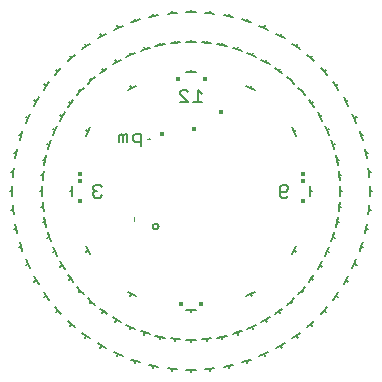
<source format=gbo>
G75*
G70*
%OFA0B0*%
%FSLAX24Y24*%
%IPPOS*%
%LPD*%
%AMOC8*
5,1,8,0,0,1.08239X$1,22.5*
%
%ADD10C,0.0080*%
%ADD11C,0.0050*%
%ADD12R,0.0118X0.0118*%
%ADD13C,0.0039*%
%ADD14C,0.0010*%
D10*
X007449Y007325D02*
X007451Y007344D01*
X007456Y007363D01*
X007466Y007379D01*
X007478Y007394D01*
X007493Y007406D01*
X007509Y007416D01*
X007528Y007421D01*
X007547Y007423D01*
X007566Y007421D01*
X007585Y007416D01*
X007601Y007406D01*
X007616Y007394D01*
X007628Y007379D01*
X007638Y007363D01*
X007643Y007344D01*
X007645Y007325D01*
X007643Y007306D01*
X007638Y007287D01*
X007628Y007271D01*
X007616Y007256D01*
X007601Y007244D01*
X007585Y007234D01*
X007566Y007229D01*
X007547Y007227D01*
X007528Y007229D01*
X007509Y007234D01*
X007493Y007244D01*
X007478Y007256D01*
X007466Y007271D01*
X007456Y007287D01*
X007451Y007306D01*
X007449Y007325D01*
X005748Y008356D02*
X005678Y008286D01*
X005538Y008286D01*
X005468Y008356D01*
X005468Y008427D01*
X005538Y008497D01*
X005608Y008497D01*
X005538Y008497D02*
X005468Y008567D01*
X005468Y008637D01*
X005538Y008707D01*
X005678Y008707D01*
X005748Y008637D01*
X007058Y009996D02*
X007058Y010417D01*
X006848Y010417D01*
X006778Y010347D01*
X006778Y010206D01*
X006848Y010136D01*
X007058Y010136D01*
X006598Y010136D02*
X006598Y010417D01*
X006528Y010417D01*
X006458Y010347D01*
X006388Y010417D01*
X006318Y010347D01*
X006318Y010136D01*
X006458Y010136D02*
X006458Y010347D01*
X008348Y011456D02*
X008628Y011456D01*
X008348Y011737D01*
X008348Y011807D01*
X008418Y011877D01*
X008558Y011877D01*
X008628Y011807D01*
X008948Y011877D02*
X008948Y011456D01*
X009088Y011456D02*
X008808Y011456D01*
X009088Y011737D02*
X008948Y011877D01*
X011748Y008697D02*
X011888Y008697D01*
X011958Y008627D01*
X011958Y008557D01*
X011888Y008487D01*
X011678Y008487D01*
X011678Y008627D02*
X011748Y008697D01*
X011678Y008627D02*
X011678Y008346D01*
X011748Y008276D01*
X011888Y008276D01*
X011958Y008346D01*
D11*
X004404Y004401D02*
X004299Y004518D01*
X004240Y004465D01*
X004299Y004518D02*
X004193Y004635D01*
X003999Y004875D02*
X003906Y005003D01*
X003842Y004957D01*
X003906Y005003D02*
X003813Y005130D01*
X003645Y005390D02*
X003566Y005526D01*
X003498Y005487D01*
X003566Y005526D02*
X003487Y005663D01*
X003347Y005938D02*
X003283Y006082D01*
X003211Y006050D01*
X003283Y006082D02*
X003219Y006226D01*
X003108Y006515D02*
X003059Y006665D01*
X002984Y006640D01*
X003059Y006665D02*
X003011Y006814D01*
X002931Y007113D02*
X002898Y007267D01*
X002821Y007251D01*
X002898Y007267D02*
X002865Y007421D01*
X002817Y007727D02*
X002800Y007883D01*
X002722Y007875D01*
X002800Y007883D02*
X002784Y008040D01*
X002768Y008349D02*
X002768Y008506D01*
X002689Y008506D01*
X002768Y008506D02*
X002768Y008664D01*
X002784Y008973D02*
X002800Y009129D01*
X002722Y009138D01*
X002800Y009129D02*
X002817Y009286D01*
X002865Y009592D02*
X002898Y009746D01*
X002821Y009762D01*
X002898Y009746D02*
X002931Y009900D01*
X003011Y010199D02*
X003059Y010348D01*
X002984Y010373D01*
X003059Y010348D02*
X003108Y010498D01*
X003219Y010787D02*
X003283Y010931D01*
X003211Y010963D01*
X003283Y010931D02*
X003347Y011075D01*
X003487Y011350D02*
X003566Y011487D01*
X003498Y011526D01*
X003566Y011487D02*
X003645Y011623D01*
X003813Y011883D02*
X003906Y012010D01*
X003842Y012056D01*
X003906Y012010D02*
X003999Y012137D01*
X004193Y012378D02*
X004299Y012495D01*
X004240Y012548D01*
X004299Y012495D02*
X004404Y012612D01*
X004623Y012831D02*
X004740Y012936D01*
X004687Y012995D01*
X004740Y012936D02*
X004857Y013041D01*
X005097Y013236D02*
X005225Y013329D01*
X005178Y013392D01*
X005225Y013329D02*
X005352Y013421D01*
X005611Y013590D02*
X005748Y013668D01*
X005709Y013737D01*
X005748Y013668D02*
X005884Y013747D01*
X006160Y013888D02*
X006304Y013952D01*
X006272Y014024D01*
X006304Y013952D02*
X006448Y014016D01*
X006736Y014127D02*
X006886Y014175D01*
X006862Y014250D01*
X006886Y014175D02*
X007036Y014224D01*
X007335Y014304D02*
X007489Y014337D01*
X007473Y014414D01*
X007489Y014337D02*
X007643Y014370D01*
X007949Y014418D02*
X008105Y014434D01*
X008097Y014513D01*
X008105Y014434D02*
X008262Y014451D01*
X008571Y014467D02*
X008728Y014467D01*
X008728Y014546D01*
X008728Y014467D02*
X008886Y014467D01*
X009195Y014451D02*
X009351Y014434D01*
X009359Y014513D01*
X009351Y014434D02*
X009508Y014418D01*
X009813Y014370D02*
X009967Y014337D01*
X009984Y014414D01*
X009967Y014337D02*
X010121Y014304D01*
X010420Y014224D02*
X010570Y014175D01*
X010594Y014250D01*
X010570Y014175D02*
X010720Y014127D01*
X011009Y014016D02*
X011153Y013952D01*
X011185Y014024D01*
X011153Y013952D02*
X011296Y013888D01*
X011572Y013747D02*
X011709Y013668D01*
X011748Y013737D01*
X011709Y013668D02*
X011845Y013590D01*
X012104Y013421D02*
X012232Y013329D01*
X012278Y013392D01*
X012232Y013329D02*
X012359Y013236D01*
X012600Y013041D02*
X012717Y012936D01*
X012769Y012995D01*
X012717Y012936D02*
X012834Y012831D01*
X013052Y012612D02*
X013158Y012495D01*
X013216Y012548D01*
X013158Y012495D02*
X013263Y012378D01*
X013458Y012137D02*
X013550Y012010D01*
X013614Y012056D01*
X013550Y012010D02*
X013643Y011883D01*
X013811Y011623D02*
X013890Y011487D01*
X013958Y011526D01*
X013890Y011487D02*
X013969Y011350D01*
X014109Y011075D02*
X014173Y010931D01*
X014245Y010963D01*
X014173Y010931D02*
X014238Y010787D01*
X014348Y010498D02*
X014397Y010348D01*
X014472Y010373D01*
X014397Y010348D02*
X014446Y010199D01*
X014526Y009900D02*
X014559Y009746D01*
X014636Y009762D01*
X014559Y009746D02*
X014591Y009592D01*
X014640Y009286D02*
X014656Y009129D01*
X014734Y009138D01*
X014656Y009129D02*
X014673Y008973D01*
X014689Y008664D02*
X014689Y008506D01*
X014768Y008506D01*
X014689Y008506D02*
X014689Y008349D01*
X014673Y008040D02*
X014656Y007883D01*
X014734Y007875D01*
X014656Y007883D02*
X014640Y007727D01*
X014591Y007421D02*
X014559Y007267D01*
X014636Y007251D01*
X014559Y007267D02*
X014526Y007113D01*
X014446Y006814D02*
X014397Y006665D01*
X014472Y006640D01*
X014397Y006665D02*
X014348Y006515D01*
X014238Y006226D02*
X014173Y006082D01*
X014245Y006050D01*
X014173Y006082D02*
X014109Y005938D01*
X013969Y005663D02*
X013890Y005526D01*
X013958Y005487D01*
X013890Y005526D02*
X013811Y005390D01*
X013643Y005130D02*
X013550Y005003D01*
X013614Y004957D01*
X013550Y005003D02*
X013458Y004875D01*
X013263Y004635D02*
X013158Y004518D01*
X013216Y004465D01*
X013158Y004518D02*
X013052Y004401D01*
X012834Y004182D02*
X012717Y004077D01*
X012769Y004018D01*
X012717Y004077D02*
X012600Y003971D01*
X012359Y003777D02*
X012232Y003684D01*
X012278Y003620D01*
X012232Y003684D02*
X012104Y003592D01*
X011845Y003423D02*
X011709Y003344D01*
X011748Y003276D01*
X011709Y003344D02*
X011572Y003266D01*
X011296Y003125D02*
X011153Y003061D01*
X011185Y002989D01*
X011153Y003061D02*
X011009Y002997D01*
X010720Y002886D02*
X010570Y002838D01*
X010594Y002763D01*
X010570Y002838D02*
X010420Y002789D01*
X010121Y002709D02*
X009967Y002676D01*
X009984Y002599D01*
X009967Y002676D02*
X009813Y002643D01*
X009508Y002595D02*
X009351Y002578D01*
X009359Y002500D01*
X009351Y002578D02*
X009195Y002562D01*
X008886Y002546D02*
X008728Y002546D01*
X008728Y002467D01*
X008728Y002546D02*
X008571Y002546D01*
X008262Y002562D02*
X008105Y002578D01*
X008097Y002500D01*
X008105Y002578D02*
X007949Y002595D01*
X007643Y002643D02*
X007489Y002676D01*
X007473Y002599D01*
X007489Y002676D02*
X007335Y002709D01*
X007036Y002789D02*
X006886Y002838D01*
X006862Y002763D01*
X006886Y002838D02*
X006736Y002886D01*
X006448Y002997D02*
X006304Y003061D01*
X006272Y002989D01*
X006304Y003061D02*
X006160Y003125D01*
X005884Y003266D02*
X005748Y003344D01*
X005709Y003276D01*
X005748Y003344D02*
X005611Y003423D01*
X005352Y003592D02*
X005225Y003684D01*
X005178Y003620D01*
X005225Y003684D02*
X005097Y003777D01*
X004857Y003971D02*
X004740Y004077D01*
X004687Y004018D01*
X004740Y004077D02*
X004623Y004182D01*
X005356Y004761D02*
X005409Y004820D01*
X005292Y004925D01*
X005409Y004820D02*
X005526Y004715D01*
X005685Y004586D02*
X005812Y004493D01*
X005766Y004429D01*
X005812Y004493D02*
X005940Y004401D01*
X006111Y004289D02*
X006248Y004210D01*
X006209Y004142D01*
X006248Y004210D02*
X006384Y004132D01*
X006567Y004039D02*
X006710Y003975D01*
X006678Y003903D01*
X006710Y003975D02*
X006854Y003911D01*
X007045Y003837D02*
X007195Y003789D01*
X007171Y003714D01*
X007195Y003789D02*
X007345Y003740D01*
X007543Y003687D02*
X007697Y003654D01*
X007680Y003577D01*
X007697Y003654D02*
X007851Y003621D01*
X008053Y003589D02*
X008210Y003573D01*
X008201Y003495D01*
X008210Y003573D02*
X008366Y003557D01*
X008571Y003546D02*
X008728Y003546D01*
X008728Y003467D01*
X008728Y003546D02*
X008886Y003546D01*
X009090Y003557D02*
X009247Y003573D01*
X009255Y003495D01*
X009247Y003573D02*
X009403Y003589D01*
X009606Y003621D02*
X009760Y003654D01*
X009776Y003577D01*
X009760Y003654D02*
X009914Y003687D01*
X010111Y003740D02*
X010261Y003789D01*
X010285Y003714D01*
X010261Y003789D02*
X010411Y003837D01*
X010602Y003911D02*
X010746Y003975D01*
X010778Y003903D01*
X010746Y003975D02*
X010890Y004039D01*
X011072Y004132D02*
X011209Y004210D01*
X011248Y004142D01*
X011209Y004210D02*
X011345Y004289D01*
X011517Y004401D02*
X011644Y004493D01*
X011690Y004429D01*
X011644Y004493D02*
X011771Y004586D01*
X011930Y004715D02*
X012047Y004820D01*
X012100Y004761D01*
X012047Y004820D02*
X012165Y004925D01*
X012309Y005070D02*
X012415Y005187D01*
X012473Y005134D01*
X012415Y005187D02*
X012520Y005304D01*
X012649Y005463D02*
X012741Y005591D01*
X012805Y005544D01*
X012741Y005591D02*
X012834Y005718D01*
X012945Y005890D02*
X013024Y006026D01*
X013092Y005987D01*
X013024Y006026D02*
X013103Y006163D01*
X013196Y006345D02*
X013260Y006489D01*
X013332Y006457D01*
X013260Y006489D02*
X013324Y006633D01*
X013397Y006824D02*
X013446Y006974D01*
X013521Y006949D01*
X013446Y006974D02*
X013495Y007123D01*
X013548Y007321D02*
X013580Y007475D01*
X013657Y007459D01*
X013580Y007475D02*
X013613Y007629D01*
X013645Y007831D02*
X013662Y007988D01*
X013740Y007980D01*
X013662Y007988D02*
X013678Y008145D01*
X013689Y008349D02*
X013689Y008506D01*
X013768Y008506D01*
X013689Y008506D02*
X013689Y008664D01*
X013678Y008868D02*
X013662Y009025D01*
X013740Y009033D01*
X013662Y009025D02*
X013645Y009182D01*
X013613Y009384D02*
X013580Y009538D01*
X013657Y009554D01*
X013580Y009538D02*
X013548Y009692D01*
X013495Y009890D02*
X013446Y010039D01*
X013521Y010064D01*
X013446Y010039D02*
X013397Y010189D01*
X013324Y010380D02*
X013260Y010524D01*
X013332Y010556D01*
X013260Y010524D02*
X013196Y010668D01*
X013103Y010850D02*
X013024Y010987D01*
X013092Y011026D01*
X013024Y010987D02*
X012945Y011123D01*
X012834Y011295D02*
X012741Y011422D01*
X012805Y011469D01*
X012741Y011422D02*
X012649Y011550D01*
X012520Y011709D02*
X012415Y011826D01*
X012473Y011878D01*
X012415Y011826D02*
X012309Y011943D01*
X012165Y012088D02*
X012047Y012193D01*
X012100Y012251D01*
X012047Y012193D02*
X011930Y012298D01*
X011771Y012427D02*
X011644Y012520D01*
X011690Y012583D01*
X011644Y012520D02*
X011517Y012612D01*
X011345Y012724D02*
X011209Y012802D01*
X011248Y012871D01*
X011209Y012802D02*
X011072Y012881D01*
X010890Y012974D02*
X010746Y013038D01*
X010778Y013110D01*
X010746Y013038D02*
X010602Y013102D01*
X010411Y013176D02*
X010261Y013224D01*
X010285Y013299D01*
X010261Y013224D02*
X010111Y013273D01*
X009914Y013326D02*
X009760Y013359D01*
X009776Y013436D01*
X009760Y013359D02*
X009606Y013391D01*
X009403Y013423D02*
X009247Y013440D01*
X009255Y013518D01*
X009247Y013440D02*
X009090Y013456D01*
X008886Y013467D02*
X008728Y013467D01*
X008728Y013546D01*
X008728Y013467D02*
X008571Y013467D01*
X008366Y013456D02*
X008210Y013440D01*
X008201Y013518D01*
X008210Y013440D02*
X008053Y013423D01*
X007851Y013391D02*
X007697Y013359D01*
X007680Y013436D01*
X007697Y013359D02*
X007543Y013326D01*
X007345Y013273D02*
X007195Y013224D01*
X007171Y013299D01*
X007195Y013224D02*
X007045Y013176D01*
X006854Y013102D02*
X006710Y013038D01*
X006678Y013110D01*
X006710Y013038D02*
X006567Y012974D01*
X006384Y012881D02*
X006248Y012802D01*
X006209Y012871D01*
X006248Y012802D02*
X006111Y012724D01*
X005940Y012612D02*
X005812Y012520D01*
X005766Y012583D01*
X005812Y012520D02*
X005685Y012427D01*
X005526Y012298D02*
X005409Y012193D01*
X005356Y012251D01*
X005409Y012193D02*
X005292Y012088D01*
X005147Y011943D02*
X005042Y011826D01*
X004983Y011878D01*
X005042Y011826D02*
X004936Y011709D01*
X004808Y011550D02*
X004715Y011422D01*
X004651Y011469D01*
X004715Y011422D02*
X004622Y011295D01*
X004511Y011123D02*
X004432Y010987D01*
X004364Y011026D01*
X004432Y010987D02*
X004353Y010850D01*
X004260Y010668D02*
X004196Y010524D01*
X004124Y010556D01*
X004196Y010524D02*
X004132Y010380D01*
X004059Y010189D02*
X004010Y010039D01*
X003935Y010064D01*
X004010Y010039D02*
X003962Y009890D01*
X003909Y009692D02*
X003876Y009538D01*
X003799Y009554D01*
X003876Y009538D02*
X003843Y009384D01*
X003811Y009182D02*
X003795Y009025D01*
X003716Y009033D01*
X003795Y009025D02*
X003778Y008868D01*
X003768Y008664D02*
X003768Y008506D01*
X003689Y008506D01*
X003768Y008506D02*
X003768Y008349D01*
X003778Y008145D02*
X003795Y007988D01*
X003716Y007980D01*
X003795Y007988D02*
X003811Y007831D01*
X003843Y007629D02*
X003876Y007475D01*
X003799Y007459D01*
X003876Y007475D02*
X003909Y007321D01*
X003962Y007123D02*
X004010Y006974D01*
X003935Y006949D01*
X004010Y006974D02*
X004059Y006824D01*
X004132Y006633D02*
X004196Y006489D01*
X004124Y006457D01*
X004196Y006489D02*
X004260Y006345D01*
X004353Y006163D02*
X004432Y006026D01*
X004364Y005987D01*
X004432Y006026D02*
X004511Y005890D01*
X004622Y005718D02*
X004715Y005591D01*
X004651Y005544D01*
X004715Y005591D02*
X004808Y005463D01*
X004936Y005304D02*
X005042Y005187D01*
X004983Y005134D01*
X005042Y005187D02*
X005147Y005070D01*
X005377Y006390D02*
X005298Y006526D01*
X005230Y006487D01*
X005298Y006526D02*
X005219Y006663D01*
X006611Y005155D02*
X006748Y005076D01*
X006709Y005008D01*
X006748Y005076D02*
X006884Y004998D01*
X008571Y004546D02*
X008728Y004546D01*
X008728Y004467D01*
X008728Y004546D02*
X008886Y004546D01*
X010572Y004998D02*
X010709Y005076D01*
X010748Y005008D01*
X010709Y005076D02*
X010845Y005155D01*
X012079Y006390D02*
X012158Y006526D01*
X012226Y006487D01*
X012158Y006526D02*
X012237Y006663D01*
X012689Y008349D02*
X012689Y008506D01*
X012768Y008506D01*
X012689Y008506D02*
X012689Y008664D01*
X012237Y010350D02*
X012158Y010487D01*
X012226Y010526D01*
X012158Y010487D02*
X012079Y010623D01*
X010845Y011858D02*
X010709Y011936D01*
X010748Y012005D01*
X010709Y011936D02*
X010572Y012015D01*
X008886Y012467D02*
X008728Y012467D01*
X008728Y012546D01*
X008728Y012467D02*
X008571Y012467D01*
X006884Y012015D02*
X006748Y011936D01*
X006709Y012005D01*
X006748Y011936D02*
X006611Y011858D01*
X005377Y010623D02*
X005298Y010487D01*
X005230Y010526D01*
X005298Y010487D02*
X005219Y010350D01*
X004768Y008664D02*
X004768Y008506D01*
X004689Y008506D01*
X004768Y008506D02*
X004768Y008349D01*
D12*
X005038Y008186D03*
X005038Y008826D03*
X005038Y009086D03*
X007768Y010406D03*
X008828Y010556D03*
X009718Y011136D03*
X009178Y012226D03*
X008288Y012226D03*
X012458Y009086D03*
X012458Y008826D03*
X012458Y008186D03*
X009058Y004736D03*
X008398Y004726D03*
D13*
X007361Y010235D02*
X007318Y010235D01*
X007318Y010270D01*
X007318Y010235D02*
X007271Y010235D01*
D14*
X006818Y007626D02*
X006818Y007507D01*
M02*

</source>
